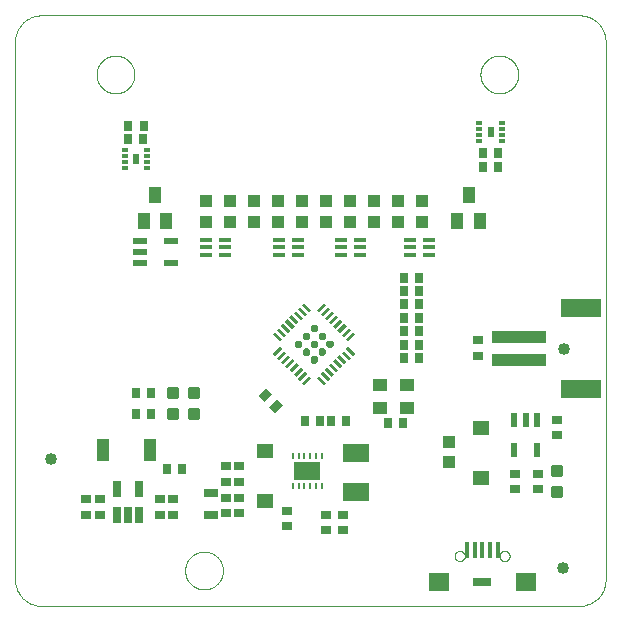
<source format=gtp>
G75*
%MOIN*%
%OFA0B0*%
%FSLAX25Y25*%
%IPPOS*%
%LPD*%
%AMOC8*
5,1,8,0,0,1.08239X$1,22.5*
%
%ADD10C,0.00197*%
%ADD11C,0.00000*%
%ADD12R,0.00787X0.02165*%
%ADD13R,0.08868X0.06100*%
%ADD14R,0.05787X0.05000*%
%ADD15R,0.03543X0.02756*%
%ADD16R,0.02165X0.04724*%
%ADD17R,0.18110X0.03937*%
%ADD18R,0.13386X0.06299*%
%ADD19R,0.02756X0.05512*%
%ADD20C,0.04000*%
%ADD21R,0.04724X0.03150*%
%ADD22R,0.02362X0.01378*%
%ADD23R,0.02126X0.03780*%
%ADD24R,0.02756X0.03543*%
%ADD25C,0.01181*%
%ADD26R,0.03937X0.04331*%
%ADD27R,0.03346X0.01063*%
%ADD28C,0.01575*%
%ADD29R,0.05118X0.04331*%
%ADD30R,0.03937X0.05512*%
%ADD31R,0.03898X0.01181*%
%ADD32R,0.09055X0.06496*%
%ADD33R,0.04724X0.02362*%
%ADD34R,0.04000X0.07800*%
%ADD35R,0.01575X0.05512*%
%ADD36R,0.07087X0.05906*%
%ADD37R,0.05906X0.02756*%
D10*
X0036092Y0020644D02*
X0036048Y0020933D01*
X0036018Y0021226D01*
X0035988Y0021520D01*
X0035972Y0021817D01*
X0035972Y0201771D01*
X0035988Y0202068D01*
X0036018Y0202361D01*
X0036048Y0202655D01*
X0036092Y0202944D01*
X0036151Y0203228D01*
X0036209Y0203512D01*
X0036282Y0203791D01*
X0036367Y0204064D01*
X0036453Y0204338D01*
X0036551Y0204606D01*
X0036663Y0204867D01*
X0036774Y0205129D01*
X0036897Y0205384D01*
X0037032Y0205632D01*
X0037167Y0205879D01*
X0037314Y0206120D01*
X0037472Y0206353D01*
X0037629Y0206586D01*
X0037798Y0206811D01*
X0037976Y0207027D01*
X0038155Y0207243D01*
X0038344Y0207451D01*
X0038542Y0207649D01*
X0038740Y0207847D01*
X0038948Y0208036D01*
X0039164Y0208215D01*
X0039381Y0208393D01*
X0039605Y0208562D01*
X0039838Y0208720D01*
X0040071Y0208877D01*
X0040312Y0209024D01*
X0040560Y0209159D01*
X0040808Y0209294D01*
X0041063Y0209418D01*
X0041324Y0209529D01*
X0041585Y0209640D01*
X0041853Y0209738D01*
X0042400Y0209910D01*
X0042680Y0209982D01*
X0042964Y0210041D01*
X0043248Y0210099D01*
X0043537Y0210144D01*
X0044123Y0210204D01*
X0044420Y0210219D01*
X0224374Y0210219D01*
X0224672Y0210204D01*
X0225258Y0210144D01*
X0225547Y0210099D01*
X0225831Y0210041D01*
X0226115Y0209982D01*
X0226394Y0209910D01*
X0226941Y0209738D01*
X0227209Y0209640D01*
X0227471Y0209529D01*
X0227732Y0209418D01*
X0227987Y0209294D01*
X0228483Y0209024D01*
X0228724Y0208877D01*
X0228956Y0208720D01*
X0229189Y0208562D01*
X0229414Y0208393D01*
X0229630Y0208215D01*
X0229847Y0208036D01*
X0230054Y0207847D01*
X0230253Y0207649D01*
X0230451Y0207451D01*
X0230640Y0207243D01*
X0230818Y0207027D01*
X0230997Y0206811D01*
X0231166Y0206586D01*
X0231323Y0206353D01*
X0231481Y0206120D01*
X0231628Y0205879D01*
X0231763Y0205632D01*
X0231898Y0205384D01*
X0232021Y0205129D01*
X0232243Y0204606D01*
X0232342Y0204338D01*
X0232513Y0203791D01*
X0232585Y0203512D01*
X0232644Y0203228D01*
X0232703Y0202944D01*
X0232747Y0202655D01*
X0232777Y0202361D01*
X0232807Y0202068D01*
X0232823Y0201771D01*
X0232823Y0022118D01*
X0232823Y0021817D02*
X0232807Y0021520D01*
X0232777Y0021226D01*
X0232747Y0020933D01*
X0232703Y0020644D01*
X0232644Y0020360D01*
X0232585Y0020076D01*
X0232513Y0019797D01*
X0232428Y0019523D01*
X0232342Y0019250D01*
X0232243Y0018982D01*
X0232132Y0018721D01*
X0232021Y0018459D01*
X0231898Y0018204D01*
X0231628Y0017708D01*
X0231481Y0017468D01*
X0231323Y0017235D01*
X0231166Y0017002D01*
X0230997Y0016777D01*
X0230818Y0016561D01*
X0230640Y0016345D01*
X0230451Y0016137D01*
X0230054Y0015740D01*
X0229847Y0015552D01*
X0229630Y0015373D01*
X0229414Y0015194D01*
X0229189Y0015026D01*
X0228956Y0014868D01*
X0228724Y0014710D01*
X0228483Y0014564D01*
X0227987Y0014294D01*
X0227732Y0014170D01*
X0227471Y0014059D01*
X0227209Y0013948D01*
X0226941Y0013849D01*
X0226394Y0013678D01*
X0226115Y0013606D01*
X0225831Y0013547D01*
X0225547Y0013489D01*
X0225258Y0013444D01*
X0224672Y0013384D01*
X0224374Y0013369D01*
X0044420Y0013369D01*
X0044123Y0013384D01*
X0043537Y0013444D01*
X0043248Y0013489D01*
X0042964Y0013547D01*
X0042680Y0013606D01*
X0042400Y0013678D01*
X0041853Y0013849D01*
X0041585Y0013948D01*
X0041324Y0014059D01*
X0041063Y0014170D01*
X0040808Y0014294D01*
X0040560Y0014429D01*
X0040312Y0014564D01*
X0040071Y0014710D01*
X0039838Y0014868D01*
X0039605Y0015026D01*
X0039381Y0015194D01*
X0039164Y0015373D01*
X0038948Y0015552D01*
X0038740Y0015740D01*
X0038344Y0016137D01*
X0038155Y0016345D01*
X0037976Y0016561D01*
X0037798Y0016777D01*
X0037629Y0017002D01*
X0037472Y0017235D01*
X0037314Y0017468D01*
X0037167Y0017708D01*
X0036897Y0018204D01*
X0036774Y0018459D01*
X0036663Y0018721D01*
X0036551Y0018982D01*
X0036453Y0019250D01*
X0036367Y0019523D01*
X0036282Y0019797D01*
X0036209Y0020076D01*
X0036151Y0020360D01*
X0036092Y0020644D01*
D11*
X0092665Y0025157D02*
X0092667Y0025315D01*
X0092673Y0025473D01*
X0092683Y0025631D01*
X0092697Y0025789D01*
X0092715Y0025946D01*
X0092736Y0026103D01*
X0092762Y0026259D01*
X0092792Y0026415D01*
X0092825Y0026570D01*
X0092863Y0026723D01*
X0092904Y0026876D01*
X0092949Y0027028D01*
X0092998Y0027179D01*
X0093051Y0027328D01*
X0093107Y0027476D01*
X0093167Y0027622D01*
X0093231Y0027767D01*
X0093299Y0027910D01*
X0093370Y0028052D01*
X0093444Y0028192D01*
X0093522Y0028329D01*
X0093604Y0028465D01*
X0093688Y0028599D01*
X0093777Y0028730D01*
X0093868Y0028859D01*
X0093963Y0028986D01*
X0094060Y0029111D01*
X0094161Y0029233D01*
X0094265Y0029352D01*
X0094372Y0029469D01*
X0094482Y0029583D01*
X0094595Y0029694D01*
X0094710Y0029803D01*
X0094828Y0029908D01*
X0094949Y0030010D01*
X0095072Y0030110D01*
X0095198Y0030206D01*
X0095326Y0030299D01*
X0095456Y0030389D01*
X0095589Y0030475D01*
X0095724Y0030559D01*
X0095860Y0030638D01*
X0095999Y0030715D01*
X0096140Y0030787D01*
X0096282Y0030857D01*
X0096426Y0030922D01*
X0096572Y0030984D01*
X0096719Y0031042D01*
X0096868Y0031097D01*
X0097018Y0031148D01*
X0097169Y0031195D01*
X0097321Y0031238D01*
X0097474Y0031277D01*
X0097629Y0031313D01*
X0097784Y0031344D01*
X0097940Y0031372D01*
X0098096Y0031396D01*
X0098253Y0031416D01*
X0098411Y0031432D01*
X0098568Y0031444D01*
X0098727Y0031452D01*
X0098885Y0031456D01*
X0099043Y0031456D01*
X0099201Y0031452D01*
X0099360Y0031444D01*
X0099517Y0031432D01*
X0099675Y0031416D01*
X0099832Y0031396D01*
X0099988Y0031372D01*
X0100144Y0031344D01*
X0100299Y0031313D01*
X0100454Y0031277D01*
X0100607Y0031238D01*
X0100759Y0031195D01*
X0100910Y0031148D01*
X0101060Y0031097D01*
X0101209Y0031042D01*
X0101356Y0030984D01*
X0101502Y0030922D01*
X0101646Y0030857D01*
X0101788Y0030787D01*
X0101929Y0030715D01*
X0102068Y0030638D01*
X0102204Y0030559D01*
X0102339Y0030475D01*
X0102472Y0030389D01*
X0102602Y0030299D01*
X0102730Y0030206D01*
X0102856Y0030110D01*
X0102979Y0030010D01*
X0103100Y0029908D01*
X0103218Y0029803D01*
X0103333Y0029694D01*
X0103446Y0029583D01*
X0103556Y0029469D01*
X0103663Y0029352D01*
X0103767Y0029233D01*
X0103868Y0029111D01*
X0103965Y0028986D01*
X0104060Y0028859D01*
X0104151Y0028730D01*
X0104240Y0028599D01*
X0104324Y0028465D01*
X0104406Y0028329D01*
X0104484Y0028192D01*
X0104558Y0028052D01*
X0104629Y0027910D01*
X0104697Y0027767D01*
X0104761Y0027622D01*
X0104821Y0027476D01*
X0104877Y0027328D01*
X0104930Y0027179D01*
X0104979Y0027028D01*
X0105024Y0026876D01*
X0105065Y0026723D01*
X0105103Y0026570D01*
X0105136Y0026415D01*
X0105166Y0026259D01*
X0105192Y0026103D01*
X0105213Y0025946D01*
X0105231Y0025789D01*
X0105245Y0025631D01*
X0105255Y0025473D01*
X0105261Y0025315D01*
X0105263Y0025157D01*
X0105261Y0024999D01*
X0105255Y0024841D01*
X0105245Y0024683D01*
X0105231Y0024525D01*
X0105213Y0024368D01*
X0105192Y0024211D01*
X0105166Y0024055D01*
X0105136Y0023899D01*
X0105103Y0023744D01*
X0105065Y0023591D01*
X0105024Y0023438D01*
X0104979Y0023286D01*
X0104930Y0023135D01*
X0104877Y0022986D01*
X0104821Y0022838D01*
X0104761Y0022692D01*
X0104697Y0022547D01*
X0104629Y0022404D01*
X0104558Y0022262D01*
X0104484Y0022122D01*
X0104406Y0021985D01*
X0104324Y0021849D01*
X0104240Y0021715D01*
X0104151Y0021584D01*
X0104060Y0021455D01*
X0103965Y0021328D01*
X0103868Y0021203D01*
X0103767Y0021081D01*
X0103663Y0020962D01*
X0103556Y0020845D01*
X0103446Y0020731D01*
X0103333Y0020620D01*
X0103218Y0020511D01*
X0103100Y0020406D01*
X0102979Y0020304D01*
X0102856Y0020204D01*
X0102730Y0020108D01*
X0102602Y0020015D01*
X0102472Y0019925D01*
X0102339Y0019839D01*
X0102204Y0019755D01*
X0102068Y0019676D01*
X0101929Y0019599D01*
X0101788Y0019527D01*
X0101646Y0019457D01*
X0101502Y0019392D01*
X0101356Y0019330D01*
X0101209Y0019272D01*
X0101060Y0019217D01*
X0100910Y0019166D01*
X0100759Y0019119D01*
X0100607Y0019076D01*
X0100454Y0019037D01*
X0100299Y0019001D01*
X0100144Y0018970D01*
X0099988Y0018942D01*
X0099832Y0018918D01*
X0099675Y0018898D01*
X0099517Y0018882D01*
X0099360Y0018870D01*
X0099201Y0018862D01*
X0099043Y0018858D01*
X0098885Y0018858D01*
X0098727Y0018862D01*
X0098568Y0018870D01*
X0098411Y0018882D01*
X0098253Y0018898D01*
X0098096Y0018918D01*
X0097940Y0018942D01*
X0097784Y0018970D01*
X0097629Y0019001D01*
X0097474Y0019037D01*
X0097321Y0019076D01*
X0097169Y0019119D01*
X0097018Y0019166D01*
X0096868Y0019217D01*
X0096719Y0019272D01*
X0096572Y0019330D01*
X0096426Y0019392D01*
X0096282Y0019457D01*
X0096140Y0019527D01*
X0095999Y0019599D01*
X0095860Y0019676D01*
X0095724Y0019755D01*
X0095589Y0019839D01*
X0095456Y0019925D01*
X0095326Y0020015D01*
X0095198Y0020108D01*
X0095072Y0020204D01*
X0094949Y0020304D01*
X0094828Y0020406D01*
X0094710Y0020511D01*
X0094595Y0020620D01*
X0094482Y0020731D01*
X0094372Y0020845D01*
X0094265Y0020962D01*
X0094161Y0021081D01*
X0094060Y0021203D01*
X0093963Y0021328D01*
X0093868Y0021455D01*
X0093777Y0021584D01*
X0093688Y0021715D01*
X0093604Y0021849D01*
X0093522Y0021985D01*
X0093444Y0022122D01*
X0093370Y0022262D01*
X0093299Y0022404D01*
X0093231Y0022547D01*
X0093167Y0022692D01*
X0093107Y0022838D01*
X0093051Y0022986D01*
X0092998Y0023135D01*
X0092949Y0023286D01*
X0092904Y0023438D01*
X0092863Y0023591D01*
X0092825Y0023744D01*
X0092792Y0023899D01*
X0092762Y0024055D01*
X0092736Y0024211D01*
X0092715Y0024368D01*
X0092697Y0024525D01*
X0092683Y0024683D01*
X0092673Y0024841D01*
X0092667Y0024999D01*
X0092665Y0025157D01*
X0182519Y0030008D02*
X0182521Y0030089D01*
X0182527Y0030171D01*
X0182537Y0030252D01*
X0182551Y0030332D01*
X0182568Y0030411D01*
X0182590Y0030490D01*
X0182615Y0030567D01*
X0182644Y0030644D01*
X0182677Y0030718D01*
X0182714Y0030791D01*
X0182753Y0030862D01*
X0182797Y0030931D01*
X0182843Y0030998D01*
X0182893Y0031062D01*
X0182946Y0031124D01*
X0183002Y0031184D01*
X0183060Y0031240D01*
X0183122Y0031294D01*
X0183186Y0031345D01*
X0183252Y0031392D01*
X0183320Y0031436D01*
X0183391Y0031477D01*
X0183463Y0031514D01*
X0183538Y0031548D01*
X0183613Y0031578D01*
X0183691Y0031604D01*
X0183769Y0031627D01*
X0183848Y0031645D01*
X0183928Y0031660D01*
X0184009Y0031671D01*
X0184090Y0031678D01*
X0184172Y0031681D01*
X0184253Y0031680D01*
X0184334Y0031675D01*
X0184415Y0031666D01*
X0184496Y0031653D01*
X0184576Y0031636D01*
X0184654Y0031616D01*
X0184732Y0031591D01*
X0184809Y0031563D01*
X0184884Y0031531D01*
X0184957Y0031496D01*
X0185028Y0031457D01*
X0185098Y0031414D01*
X0185165Y0031369D01*
X0185231Y0031320D01*
X0185293Y0031268D01*
X0185353Y0031212D01*
X0185410Y0031154D01*
X0185465Y0031094D01*
X0185516Y0031030D01*
X0185564Y0030965D01*
X0185609Y0030897D01*
X0185651Y0030827D01*
X0185689Y0030755D01*
X0185724Y0030681D01*
X0185755Y0030606D01*
X0185782Y0030529D01*
X0185805Y0030451D01*
X0185825Y0030372D01*
X0185841Y0030292D01*
X0185853Y0030211D01*
X0185861Y0030130D01*
X0185865Y0030049D01*
X0185865Y0029967D01*
X0185861Y0029886D01*
X0185853Y0029805D01*
X0185841Y0029724D01*
X0185825Y0029644D01*
X0185805Y0029565D01*
X0185782Y0029487D01*
X0185755Y0029410D01*
X0185724Y0029335D01*
X0185689Y0029261D01*
X0185651Y0029189D01*
X0185609Y0029119D01*
X0185564Y0029051D01*
X0185516Y0028986D01*
X0185465Y0028922D01*
X0185410Y0028862D01*
X0185353Y0028804D01*
X0185293Y0028748D01*
X0185231Y0028696D01*
X0185165Y0028647D01*
X0185098Y0028602D01*
X0185029Y0028559D01*
X0184957Y0028520D01*
X0184884Y0028485D01*
X0184809Y0028453D01*
X0184732Y0028425D01*
X0184654Y0028400D01*
X0184576Y0028380D01*
X0184496Y0028363D01*
X0184415Y0028350D01*
X0184334Y0028341D01*
X0184253Y0028336D01*
X0184172Y0028335D01*
X0184090Y0028338D01*
X0184009Y0028345D01*
X0183928Y0028356D01*
X0183848Y0028371D01*
X0183769Y0028389D01*
X0183691Y0028412D01*
X0183613Y0028438D01*
X0183538Y0028468D01*
X0183463Y0028502D01*
X0183391Y0028539D01*
X0183320Y0028580D01*
X0183252Y0028624D01*
X0183186Y0028671D01*
X0183122Y0028722D01*
X0183060Y0028776D01*
X0183002Y0028832D01*
X0182946Y0028892D01*
X0182893Y0028954D01*
X0182843Y0029018D01*
X0182797Y0029085D01*
X0182753Y0029154D01*
X0182714Y0029225D01*
X0182677Y0029298D01*
X0182644Y0029372D01*
X0182615Y0029449D01*
X0182590Y0029526D01*
X0182568Y0029605D01*
X0182551Y0029684D01*
X0182537Y0029764D01*
X0182527Y0029845D01*
X0182521Y0029927D01*
X0182519Y0030008D01*
X0197479Y0030008D02*
X0197481Y0030089D01*
X0197487Y0030171D01*
X0197497Y0030252D01*
X0197511Y0030332D01*
X0197528Y0030411D01*
X0197550Y0030490D01*
X0197575Y0030567D01*
X0197604Y0030644D01*
X0197637Y0030718D01*
X0197674Y0030791D01*
X0197713Y0030862D01*
X0197757Y0030931D01*
X0197803Y0030998D01*
X0197853Y0031062D01*
X0197906Y0031124D01*
X0197962Y0031184D01*
X0198020Y0031240D01*
X0198082Y0031294D01*
X0198146Y0031345D01*
X0198212Y0031392D01*
X0198280Y0031436D01*
X0198351Y0031477D01*
X0198423Y0031514D01*
X0198498Y0031548D01*
X0198573Y0031578D01*
X0198651Y0031604D01*
X0198729Y0031627D01*
X0198808Y0031645D01*
X0198888Y0031660D01*
X0198969Y0031671D01*
X0199050Y0031678D01*
X0199132Y0031681D01*
X0199213Y0031680D01*
X0199294Y0031675D01*
X0199375Y0031666D01*
X0199456Y0031653D01*
X0199536Y0031636D01*
X0199614Y0031616D01*
X0199692Y0031591D01*
X0199769Y0031563D01*
X0199844Y0031531D01*
X0199917Y0031496D01*
X0199988Y0031457D01*
X0200058Y0031414D01*
X0200125Y0031369D01*
X0200191Y0031320D01*
X0200253Y0031268D01*
X0200313Y0031212D01*
X0200370Y0031154D01*
X0200425Y0031094D01*
X0200476Y0031030D01*
X0200524Y0030965D01*
X0200569Y0030897D01*
X0200611Y0030827D01*
X0200649Y0030755D01*
X0200684Y0030681D01*
X0200715Y0030606D01*
X0200742Y0030529D01*
X0200765Y0030451D01*
X0200785Y0030372D01*
X0200801Y0030292D01*
X0200813Y0030211D01*
X0200821Y0030130D01*
X0200825Y0030049D01*
X0200825Y0029967D01*
X0200821Y0029886D01*
X0200813Y0029805D01*
X0200801Y0029724D01*
X0200785Y0029644D01*
X0200765Y0029565D01*
X0200742Y0029487D01*
X0200715Y0029410D01*
X0200684Y0029335D01*
X0200649Y0029261D01*
X0200611Y0029189D01*
X0200569Y0029119D01*
X0200524Y0029051D01*
X0200476Y0028986D01*
X0200425Y0028922D01*
X0200370Y0028862D01*
X0200313Y0028804D01*
X0200253Y0028748D01*
X0200191Y0028696D01*
X0200125Y0028647D01*
X0200058Y0028602D01*
X0199989Y0028559D01*
X0199917Y0028520D01*
X0199844Y0028485D01*
X0199769Y0028453D01*
X0199692Y0028425D01*
X0199614Y0028400D01*
X0199536Y0028380D01*
X0199456Y0028363D01*
X0199375Y0028350D01*
X0199294Y0028341D01*
X0199213Y0028336D01*
X0199132Y0028335D01*
X0199050Y0028338D01*
X0198969Y0028345D01*
X0198888Y0028356D01*
X0198808Y0028371D01*
X0198729Y0028389D01*
X0198651Y0028412D01*
X0198573Y0028438D01*
X0198498Y0028468D01*
X0198423Y0028502D01*
X0198351Y0028539D01*
X0198280Y0028580D01*
X0198212Y0028624D01*
X0198146Y0028671D01*
X0198082Y0028722D01*
X0198020Y0028776D01*
X0197962Y0028832D01*
X0197906Y0028892D01*
X0197853Y0028954D01*
X0197803Y0029018D01*
X0197757Y0029085D01*
X0197713Y0029154D01*
X0197674Y0029225D01*
X0197637Y0029298D01*
X0197604Y0029372D01*
X0197575Y0029449D01*
X0197550Y0029526D01*
X0197528Y0029605D01*
X0197511Y0029684D01*
X0197497Y0029764D01*
X0197487Y0029845D01*
X0197481Y0029927D01*
X0197479Y0030008D01*
X0191091Y0190512D02*
X0191093Y0190670D01*
X0191099Y0190828D01*
X0191109Y0190986D01*
X0191123Y0191144D01*
X0191141Y0191301D01*
X0191162Y0191458D01*
X0191188Y0191614D01*
X0191218Y0191770D01*
X0191251Y0191925D01*
X0191289Y0192078D01*
X0191330Y0192231D01*
X0191375Y0192383D01*
X0191424Y0192534D01*
X0191477Y0192683D01*
X0191533Y0192831D01*
X0191593Y0192977D01*
X0191657Y0193122D01*
X0191725Y0193265D01*
X0191796Y0193407D01*
X0191870Y0193547D01*
X0191948Y0193684D01*
X0192030Y0193820D01*
X0192114Y0193954D01*
X0192203Y0194085D01*
X0192294Y0194214D01*
X0192389Y0194341D01*
X0192486Y0194466D01*
X0192587Y0194588D01*
X0192691Y0194707D01*
X0192798Y0194824D01*
X0192908Y0194938D01*
X0193021Y0195049D01*
X0193136Y0195158D01*
X0193254Y0195263D01*
X0193375Y0195365D01*
X0193498Y0195465D01*
X0193624Y0195561D01*
X0193752Y0195654D01*
X0193882Y0195744D01*
X0194015Y0195830D01*
X0194150Y0195914D01*
X0194286Y0195993D01*
X0194425Y0196070D01*
X0194566Y0196142D01*
X0194708Y0196212D01*
X0194852Y0196277D01*
X0194998Y0196339D01*
X0195145Y0196397D01*
X0195294Y0196452D01*
X0195444Y0196503D01*
X0195595Y0196550D01*
X0195747Y0196593D01*
X0195900Y0196632D01*
X0196055Y0196668D01*
X0196210Y0196699D01*
X0196366Y0196727D01*
X0196522Y0196751D01*
X0196679Y0196771D01*
X0196837Y0196787D01*
X0196994Y0196799D01*
X0197153Y0196807D01*
X0197311Y0196811D01*
X0197469Y0196811D01*
X0197627Y0196807D01*
X0197786Y0196799D01*
X0197943Y0196787D01*
X0198101Y0196771D01*
X0198258Y0196751D01*
X0198414Y0196727D01*
X0198570Y0196699D01*
X0198725Y0196668D01*
X0198880Y0196632D01*
X0199033Y0196593D01*
X0199185Y0196550D01*
X0199336Y0196503D01*
X0199486Y0196452D01*
X0199635Y0196397D01*
X0199782Y0196339D01*
X0199928Y0196277D01*
X0200072Y0196212D01*
X0200214Y0196142D01*
X0200355Y0196070D01*
X0200494Y0195993D01*
X0200630Y0195914D01*
X0200765Y0195830D01*
X0200898Y0195744D01*
X0201028Y0195654D01*
X0201156Y0195561D01*
X0201282Y0195465D01*
X0201405Y0195365D01*
X0201526Y0195263D01*
X0201644Y0195158D01*
X0201759Y0195049D01*
X0201872Y0194938D01*
X0201982Y0194824D01*
X0202089Y0194707D01*
X0202193Y0194588D01*
X0202294Y0194466D01*
X0202391Y0194341D01*
X0202486Y0194214D01*
X0202577Y0194085D01*
X0202666Y0193954D01*
X0202750Y0193820D01*
X0202832Y0193684D01*
X0202910Y0193547D01*
X0202984Y0193407D01*
X0203055Y0193265D01*
X0203123Y0193122D01*
X0203187Y0192977D01*
X0203247Y0192831D01*
X0203303Y0192683D01*
X0203356Y0192534D01*
X0203405Y0192383D01*
X0203450Y0192231D01*
X0203491Y0192078D01*
X0203529Y0191925D01*
X0203562Y0191770D01*
X0203592Y0191614D01*
X0203618Y0191458D01*
X0203639Y0191301D01*
X0203657Y0191144D01*
X0203671Y0190986D01*
X0203681Y0190828D01*
X0203687Y0190670D01*
X0203689Y0190512D01*
X0203687Y0190354D01*
X0203681Y0190196D01*
X0203671Y0190038D01*
X0203657Y0189880D01*
X0203639Y0189723D01*
X0203618Y0189566D01*
X0203592Y0189410D01*
X0203562Y0189254D01*
X0203529Y0189099D01*
X0203491Y0188946D01*
X0203450Y0188793D01*
X0203405Y0188641D01*
X0203356Y0188490D01*
X0203303Y0188341D01*
X0203247Y0188193D01*
X0203187Y0188047D01*
X0203123Y0187902D01*
X0203055Y0187759D01*
X0202984Y0187617D01*
X0202910Y0187477D01*
X0202832Y0187340D01*
X0202750Y0187204D01*
X0202666Y0187070D01*
X0202577Y0186939D01*
X0202486Y0186810D01*
X0202391Y0186683D01*
X0202294Y0186558D01*
X0202193Y0186436D01*
X0202089Y0186317D01*
X0201982Y0186200D01*
X0201872Y0186086D01*
X0201759Y0185975D01*
X0201644Y0185866D01*
X0201526Y0185761D01*
X0201405Y0185659D01*
X0201282Y0185559D01*
X0201156Y0185463D01*
X0201028Y0185370D01*
X0200898Y0185280D01*
X0200765Y0185194D01*
X0200630Y0185110D01*
X0200494Y0185031D01*
X0200355Y0184954D01*
X0200214Y0184882D01*
X0200072Y0184812D01*
X0199928Y0184747D01*
X0199782Y0184685D01*
X0199635Y0184627D01*
X0199486Y0184572D01*
X0199336Y0184521D01*
X0199185Y0184474D01*
X0199033Y0184431D01*
X0198880Y0184392D01*
X0198725Y0184356D01*
X0198570Y0184325D01*
X0198414Y0184297D01*
X0198258Y0184273D01*
X0198101Y0184253D01*
X0197943Y0184237D01*
X0197786Y0184225D01*
X0197627Y0184217D01*
X0197469Y0184213D01*
X0197311Y0184213D01*
X0197153Y0184217D01*
X0196994Y0184225D01*
X0196837Y0184237D01*
X0196679Y0184253D01*
X0196522Y0184273D01*
X0196366Y0184297D01*
X0196210Y0184325D01*
X0196055Y0184356D01*
X0195900Y0184392D01*
X0195747Y0184431D01*
X0195595Y0184474D01*
X0195444Y0184521D01*
X0195294Y0184572D01*
X0195145Y0184627D01*
X0194998Y0184685D01*
X0194852Y0184747D01*
X0194708Y0184812D01*
X0194566Y0184882D01*
X0194425Y0184954D01*
X0194286Y0185031D01*
X0194150Y0185110D01*
X0194015Y0185194D01*
X0193882Y0185280D01*
X0193752Y0185370D01*
X0193624Y0185463D01*
X0193498Y0185559D01*
X0193375Y0185659D01*
X0193254Y0185761D01*
X0193136Y0185866D01*
X0193021Y0185975D01*
X0192908Y0186086D01*
X0192798Y0186200D01*
X0192691Y0186317D01*
X0192587Y0186436D01*
X0192486Y0186558D01*
X0192389Y0186683D01*
X0192294Y0186810D01*
X0192203Y0186939D01*
X0192114Y0187070D01*
X0192030Y0187204D01*
X0191948Y0187340D01*
X0191870Y0187477D01*
X0191796Y0187617D01*
X0191725Y0187759D01*
X0191657Y0187902D01*
X0191593Y0188047D01*
X0191533Y0188193D01*
X0191477Y0188341D01*
X0191424Y0188490D01*
X0191375Y0188641D01*
X0191330Y0188793D01*
X0191289Y0188946D01*
X0191251Y0189099D01*
X0191218Y0189254D01*
X0191188Y0189410D01*
X0191162Y0189566D01*
X0191141Y0189723D01*
X0191123Y0189880D01*
X0191109Y0190038D01*
X0191099Y0190196D01*
X0191093Y0190354D01*
X0191091Y0190512D01*
X0063138Y0190512D02*
X0063140Y0190670D01*
X0063146Y0190828D01*
X0063156Y0190986D01*
X0063170Y0191144D01*
X0063188Y0191301D01*
X0063209Y0191458D01*
X0063235Y0191614D01*
X0063265Y0191770D01*
X0063298Y0191925D01*
X0063336Y0192078D01*
X0063377Y0192231D01*
X0063422Y0192383D01*
X0063471Y0192534D01*
X0063524Y0192683D01*
X0063580Y0192831D01*
X0063640Y0192977D01*
X0063704Y0193122D01*
X0063772Y0193265D01*
X0063843Y0193407D01*
X0063917Y0193547D01*
X0063995Y0193684D01*
X0064077Y0193820D01*
X0064161Y0193954D01*
X0064250Y0194085D01*
X0064341Y0194214D01*
X0064436Y0194341D01*
X0064533Y0194466D01*
X0064634Y0194588D01*
X0064738Y0194707D01*
X0064845Y0194824D01*
X0064955Y0194938D01*
X0065068Y0195049D01*
X0065183Y0195158D01*
X0065301Y0195263D01*
X0065422Y0195365D01*
X0065545Y0195465D01*
X0065671Y0195561D01*
X0065799Y0195654D01*
X0065929Y0195744D01*
X0066062Y0195830D01*
X0066197Y0195914D01*
X0066333Y0195993D01*
X0066472Y0196070D01*
X0066613Y0196142D01*
X0066755Y0196212D01*
X0066899Y0196277D01*
X0067045Y0196339D01*
X0067192Y0196397D01*
X0067341Y0196452D01*
X0067491Y0196503D01*
X0067642Y0196550D01*
X0067794Y0196593D01*
X0067947Y0196632D01*
X0068102Y0196668D01*
X0068257Y0196699D01*
X0068413Y0196727D01*
X0068569Y0196751D01*
X0068726Y0196771D01*
X0068884Y0196787D01*
X0069041Y0196799D01*
X0069200Y0196807D01*
X0069358Y0196811D01*
X0069516Y0196811D01*
X0069674Y0196807D01*
X0069833Y0196799D01*
X0069990Y0196787D01*
X0070148Y0196771D01*
X0070305Y0196751D01*
X0070461Y0196727D01*
X0070617Y0196699D01*
X0070772Y0196668D01*
X0070927Y0196632D01*
X0071080Y0196593D01*
X0071232Y0196550D01*
X0071383Y0196503D01*
X0071533Y0196452D01*
X0071682Y0196397D01*
X0071829Y0196339D01*
X0071975Y0196277D01*
X0072119Y0196212D01*
X0072261Y0196142D01*
X0072402Y0196070D01*
X0072541Y0195993D01*
X0072677Y0195914D01*
X0072812Y0195830D01*
X0072945Y0195744D01*
X0073075Y0195654D01*
X0073203Y0195561D01*
X0073329Y0195465D01*
X0073452Y0195365D01*
X0073573Y0195263D01*
X0073691Y0195158D01*
X0073806Y0195049D01*
X0073919Y0194938D01*
X0074029Y0194824D01*
X0074136Y0194707D01*
X0074240Y0194588D01*
X0074341Y0194466D01*
X0074438Y0194341D01*
X0074533Y0194214D01*
X0074624Y0194085D01*
X0074713Y0193954D01*
X0074797Y0193820D01*
X0074879Y0193684D01*
X0074957Y0193547D01*
X0075031Y0193407D01*
X0075102Y0193265D01*
X0075170Y0193122D01*
X0075234Y0192977D01*
X0075294Y0192831D01*
X0075350Y0192683D01*
X0075403Y0192534D01*
X0075452Y0192383D01*
X0075497Y0192231D01*
X0075538Y0192078D01*
X0075576Y0191925D01*
X0075609Y0191770D01*
X0075639Y0191614D01*
X0075665Y0191458D01*
X0075686Y0191301D01*
X0075704Y0191144D01*
X0075718Y0190986D01*
X0075728Y0190828D01*
X0075734Y0190670D01*
X0075736Y0190512D01*
X0075734Y0190354D01*
X0075728Y0190196D01*
X0075718Y0190038D01*
X0075704Y0189880D01*
X0075686Y0189723D01*
X0075665Y0189566D01*
X0075639Y0189410D01*
X0075609Y0189254D01*
X0075576Y0189099D01*
X0075538Y0188946D01*
X0075497Y0188793D01*
X0075452Y0188641D01*
X0075403Y0188490D01*
X0075350Y0188341D01*
X0075294Y0188193D01*
X0075234Y0188047D01*
X0075170Y0187902D01*
X0075102Y0187759D01*
X0075031Y0187617D01*
X0074957Y0187477D01*
X0074879Y0187340D01*
X0074797Y0187204D01*
X0074713Y0187070D01*
X0074624Y0186939D01*
X0074533Y0186810D01*
X0074438Y0186683D01*
X0074341Y0186558D01*
X0074240Y0186436D01*
X0074136Y0186317D01*
X0074029Y0186200D01*
X0073919Y0186086D01*
X0073806Y0185975D01*
X0073691Y0185866D01*
X0073573Y0185761D01*
X0073452Y0185659D01*
X0073329Y0185559D01*
X0073203Y0185463D01*
X0073075Y0185370D01*
X0072945Y0185280D01*
X0072812Y0185194D01*
X0072677Y0185110D01*
X0072541Y0185031D01*
X0072402Y0184954D01*
X0072261Y0184882D01*
X0072119Y0184812D01*
X0071975Y0184747D01*
X0071829Y0184685D01*
X0071682Y0184627D01*
X0071533Y0184572D01*
X0071383Y0184521D01*
X0071232Y0184474D01*
X0071080Y0184431D01*
X0070927Y0184392D01*
X0070772Y0184356D01*
X0070617Y0184325D01*
X0070461Y0184297D01*
X0070305Y0184273D01*
X0070148Y0184253D01*
X0069990Y0184237D01*
X0069833Y0184225D01*
X0069674Y0184217D01*
X0069516Y0184213D01*
X0069358Y0184213D01*
X0069200Y0184217D01*
X0069041Y0184225D01*
X0068884Y0184237D01*
X0068726Y0184253D01*
X0068569Y0184273D01*
X0068413Y0184297D01*
X0068257Y0184325D01*
X0068102Y0184356D01*
X0067947Y0184392D01*
X0067794Y0184431D01*
X0067642Y0184474D01*
X0067491Y0184521D01*
X0067341Y0184572D01*
X0067192Y0184627D01*
X0067045Y0184685D01*
X0066899Y0184747D01*
X0066755Y0184812D01*
X0066613Y0184882D01*
X0066472Y0184954D01*
X0066333Y0185031D01*
X0066197Y0185110D01*
X0066062Y0185194D01*
X0065929Y0185280D01*
X0065799Y0185370D01*
X0065671Y0185463D01*
X0065545Y0185559D01*
X0065422Y0185659D01*
X0065301Y0185761D01*
X0065183Y0185866D01*
X0065068Y0185975D01*
X0064955Y0186086D01*
X0064845Y0186200D01*
X0064738Y0186317D01*
X0064634Y0186436D01*
X0064533Y0186558D01*
X0064436Y0186683D01*
X0064341Y0186810D01*
X0064250Y0186939D01*
X0064161Y0187070D01*
X0064077Y0187204D01*
X0063995Y0187340D01*
X0063917Y0187477D01*
X0063843Y0187617D01*
X0063772Y0187759D01*
X0063704Y0187902D01*
X0063640Y0188047D01*
X0063580Y0188193D01*
X0063524Y0188341D01*
X0063471Y0188490D01*
X0063422Y0188641D01*
X0063377Y0188793D01*
X0063336Y0188946D01*
X0063298Y0189099D01*
X0063265Y0189254D01*
X0063235Y0189410D01*
X0063209Y0189566D01*
X0063188Y0189723D01*
X0063170Y0189880D01*
X0063156Y0190038D01*
X0063146Y0190196D01*
X0063140Y0190354D01*
X0063138Y0190512D01*
D12*
X0128495Y0063331D03*
X0130466Y0063318D03*
X0132435Y0063318D03*
X0134403Y0063318D03*
X0136372Y0063318D03*
X0138340Y0063318D03*
X0138338Y0053455D03*
X0136369Y0053455D03*
X0134401Y0053455D03*
X0132432Y0053455D03*
X0130464Y0053455D03*
X0128484Y0053457D03*
D13*
X0133424Y0058377D03*
D14*
X0119272Y0065111D03*
X0119272Y0048182D03*
X0191172Y0055882D03*
X0191172Y0072811D03*
D15*
X0202672Y0057406D03*
X0202672Y0052287D03*
X0210172Y0052287D03*
X0210172Y0057406D03*
X0216672Y0070287D03*
X0216672Y0075406D03*
X0190172Y0096787D03*
X0190172Y0101906D03*
X0145172Y0043706D03*
X0145172Y0038587D03*
X0139772Y0038587D03*
X0139772Y0043706D03*
X0126672Y0045106D03*
X0126672Y0039987D03*
X0110672Y0044287D03*
X0106172Y0044287D03*
X0106172Y0049406D03*
X0110672Y0049406D03*
X0110672Y0054787D03*
X0106172Y0054787D03*
X0106172Y0059906D03*
X0110672Y0059906D03*
X0088672Y0048906D03*
X0084172Y0048906D03*
X0084172Y0043787D03*
X0088672Y0043787D03*
X0064172Y0043787D03*
X0059672Y0043787D03*
X0059672Y0048906D03*
X0064172Y0048906D03*
D16*
X0202432Y0065228D03*
X0209912Y0065228D03*
X0209912Y0075465D03*
X0206172Y0075465D03*
X0202432Y0075465D03*
D17*
X0204105Y0095209D03*
X0204105Y0103083D03*
D18*
X0224578Y0112532D03*
X0224578Y0085761D03*
D19*
X0077412Y0052177D03*
X0069932Y0052177D03*
X0069932Y0043516D03*
X0073672Y0043516D03*
X0077412Y0043516D03*
D20*
X0048032Y0062266D03*
X0218672Y0025946D03*
X0218972Y0098946D03*
D21*
X0101172Y0050890D03*
X0101172Y0043803D03*
D22*
X0080012Y0159494D03*
X0080012Y0161462D03*
X0080012Y0163431D03*
X0080012Y0165399D03*
X0072532Y0165399D03*
X0072532Y0163431D03*
X0072532Y0161462D03*
X0072532Y0159494D03*
X0190732Y0168494D03*
X0190732Y0170462D03*
X0190732Y0172431D03*
X0190732Y0174399D03*
X0198212Y0174399D03*
X0198212Y0172431D03*
X0198212Y0170462D03*
X0198212Y0168494D03*
D23*
X0194472Y0171446D03*
X0076272Y0162446D03*
D24*
X0078731Y0169046D03*
X0078831Y0173446D03*
X0073713Y0173446D03*
X0073613Y0169046D03*
X0076213Y0084346D03*
X0081331Y0084346D03*
X0081231Y0077346D03*
X0076113Y0077346D03*
X0086613Y0058846D03*
X0091731Y0058846D03*
G36*
X0119086Y0081430D02*
X0117137Y0083379D01*
X0119640Y0085882D01*
X0121589Y0083933D01*
X0119086Y0081430D01*
G37*
G36*
X0122705Y0077811D02*
X0120756Y0079760D01*
X0123259Y0082263D01*
X0125208Y0080314D01*
X0122705Y0077811D01*
G37*
X0132613Y0074846D03*
X0137731Y0074846D03*
X0141113Y0074846D03*
X0146231Y0074846D03*
X0160113Y0074346D03*
X0165231Y0074346D03*
X0165613Y0095846D03*
X0165613Y0100346D03*
X0165613Y0105046D03*
X0165613Y0109446D03*
X0165613Y0113846D03*
X0165613Y0118246D03*
X0165613Y0122646D03*
X0170731Y0122646D03*
X0170731Y0118246D03*
X0170731Y0113846D03*
X0170731Y0109446D03*
X0170731Y0105046D03*
X0170731Y0100346D03*
X0170731Y0095846D03*
X0191913Y0159666D03*
X0191913Y0164246D03*
X0197031Y0164246D03*
X0197031Y0159666D03*
D25*
X0097003Y0085724D02*
X0097003Y0082968D01*
X0094247Y0082968D01*
X0094247Y0085724D01*
X0097003Y0085724D01*
X0097003Y0084148D02*
X0094247Y0084148D01*
X0094247Y0085328D02*
X0097003Y0085328D01*
X0097003Y0078724D02*
X0097003Y0075968D01*
X0094247Y0075968D01*
X0094247Y0078724D01*
X0097003Y0078724D01*
X0097003Y0077148D02*
X0094247Y0077148D01*
X0094247Y0078328D02*
X0097003Y0078328D01*
X0090097Y0078724D02*
X0090097Y0075968D01*
X0087341Y0075968D01*
X0087341Y0078724D01*
X0090097Y0078724D01*
X0090097Y0077148D02*
X0087341Y0077148D01*
X0087341Y0078328D02*
X0090097Y0078328D01*
X0090097Y0082968D02*
X0090097Y0085724D01*
X0090097Y0082968D02*
X0087341Y0082968D01*
X0087341Y0085724D01*
X0090097Y0085724D01*
X0090097Y0084148D02*
X0087341Y0084148D01*
X0087341Y0085328D02*
X0090097Y0085328D01*
X0215294Y0056921D02*
X0218050Y0056921D01*
X0215294Y0056921D02*
X0215294Y0059677D01*
X0218050Y0059677D01*
X0218050Y0056921D01*
X0218050Y0058101D02*
X0215294Y0058101D01*
X0215294Y0059281D02*
X0218050Y0059281D01*
X0218050Y0050016D02*
X0215294Y0050016D01*
X0215294Y0052772D01*
X0218050Y0052772D01*
X0218050Y0050016D01*
X0218050Y0051196D02*
X0215294Y0051196D01*
X0215294Y0052376D02*
X0218050Y0052376D01*
D26*
X0180472Y0061200D03*
X0180472Y0067893D03*
X0171672Y0141500D03*
X0171672Y0148193D03*
X0163672Y0148193D03*
X0163672Y0141500D03*
X0155672Y0141500D03*
X0155672Y0148193D03*
X0147672Y0148193D03*
X0147672Y0141500D03*
X0139672Y0141500D03*
X0139672Y0148193D03*
X0131672Y0148193D03*
X0131672Y0141500D03*
X0123672Y0141500D03*
X0123672Y0148193D03*
X0115672Y0148193D03*
X0115672Y0141500D03*
X0107672Y0141500D03*
X0107672Y0148193D03*
X0099672Y0148193D03*
X0099672Y0141500D03*
D27*
G36*
X0132551Y0109976D02*
X0130186Y0112341D01*
X0130937Y0113092D01*
X0133302Y0110727D01*
X0132551Y0109976D01*
G37*
G36*
X0131159Y0108584D02*
X0128794Y0110949D01*
X0129545Y0111700D01*
X0131910Y0109335D01*
X0131159Y0108584D01*
G37*
G36*
X0129767Y0107192D02*
X0127402Y0109557D01*
X0128153Y0110308D01*
X0130518Y0107943D01*
X0129767Y0107192D01*
G37*
G36*
X0128376Y0105800D02*
X0126011Y0108165D01*
X0126762Y0108916D01*
X0129127Y0106551D01*
X0128376Y0105800D01*
G37*
G36*
X0126984Y0104408D02*
X0124619Y0106773D01*
X0125370Y0107524D01*
X0127735Y0105159D01*
X0126984Y0104408D01*
G37*
G36*
X0125592Y0103016D02*
X0123227Y0105381D01*
X0123978Y0106132D01*
X0126343Y0103767D01*
X0125592Y0103016D01*
G37*
G36*
X0124200Y0101624D02*
X0121835Y0103989D01*
X0122586Y0104740D01*
X0124951Y0102375D01*
X0124200Y0101624D01*
G37*
G36*
X0124951Y0099118D02*
X0122586Y0096753D01*
X0121835Y0097504D01*
X0124200Y0099869D01*
X0124951Y0099118D01*
G37*
G36*
X0126343Y0097726D02*
X0123978Y0095361D01*
X0123227Y0096112D01*
X0125592Y0098477D01*
X0126343Y0097726D01*
G37*
G36*
X0127735Y0096334D02*
X0125370Y0093969D01*
X0124619Y0094720D01*
X0126984Y0097085D01*
X0127735Y0096334D01*
G37*
G36*
X0129127Y0094942D02*
X0126762Y0092577D01*
X0126011Y0093328D01*
X0128376Y0095693D01*
X0129127Y0094942D01*
G37*
G36*
X0130518Y0093550D02*
X0128153Y0091185D01*
X0127402Y0091936D01*
X0129767Y0094301D01*
X0130518Y0093550D01*
G37*
G36*
X0131910Y0092158D02*
X0129545Y0089793D01*
X0128794Y0090544D01*
X0131159Y0092909D01*
X0131910Y0092158D01*
G37*
G36*
X0133302Y0090766D02*
X0130937Y0088401D01*
X0130186Y0089152D01*
X0132551Y0091517D01*
X0133302Y0090766D01*
G37*
G36*
X0134694Y0089374D02*
X0132329Y0087009D01*
X0131578Y0087760D01*
X0133943Y0090125D01*
X0134694Y0089374D01*
G37*
G36*
X0137201Y0090125D02*
X0139566Y0087760D01*
X0138815Y0087009D01*
X0136450Y0089374D01*
X0137201Y0090125D01*
G37*
G36*
X0138593Y0091517D02*
X0140958Y0089152D01*
X0140207Y0088401D01*
X0137842Y0090766D01*
X0138593Y0091517D01*
G37*
G36*
X0139985Y0092909D02*
X0142350Y0090544D01*
X0141599Y0089793D01*
X0139234Y0092158D01*
X0139985Y0092909D01*
G37*
G36*
X0141377Y0094301D02*
X0143742Y0091936D01*
X0142991Y0091185D01*
X0140626Y0093550D01*
X0141377Y0094301D01*
G37*
G36*
X0142769Y0095693D02*
X0145134Y0093328D01*
X0144383Y0092577D01*
X0142018Y0094942D01*
X0142769Y0095693D01*
G37*
G36*
X0144161Y0097085D02*
X0146526Y0094720D01*
X0145775Y0093969D01*
X0143410Y0096334D01*
X0144161Y0097085D01*
G37*
G36*
X0145553Y0098477D02*
X0147918Y0096112D01*
X0147167Y0095361D01*
X0144802Y0097726D01*
X0145553Y0098477D01*
G37*
G36*
X0146945Y0099869D02*
X0149310Y0097504D01*
X0148559Y0096753D01*
X0146194Y0099118D01*
X0146945Y0099869D01*
G37*
G36*
X0146194Y0102375D02*
X0148559Y0104740D01*
X0149310Y0103989D01*
X0146945Y0101624D01*
X0146194Y0102375D01*
G37*
G36*
X0144802Y0103767D02*
X0147167Y0106132D01*
X0147918Y0105381D01*
X0145553Y0103016D01*
X0144802Y0103767D01*
G37*
G36*
X0143410Y0105159D02*
X0145775Y0107524D01*
X0146526Y0106773D01*
X0144161Y0104408D01*
X0143410Y0105159D01*
G37*
G36*
X0142018Y0106551D02*
X0144383Y0108916D01*
X0145134Y0108165D01*
X0142769Y0105800D01*
X0142018Y0106551D01*
G37*
G36*
X0140626Y0107943D02*
X0142991Y0110308D01*
X0143742Y0109557D01*
X0141377Y0107192D01*
X0140626Y0107943D01*
G37*
G36*
X0139234Y0109335D02*
X0141599Y0111700D01*
X0142350Y0110949D01*
X0139985Y0108584D01*
X0139234Y0109335D01*
G37*
G36*
X0137842Y0110727D02*
X0140207Y0113092D01*
X0140958Y0112341D01*
X0138593Y0109976D01*
X0137842Y0110727D01*
G37*
G36*
X0136450Y0112119D02*
X0138815Y0114484D01*
X0139566Y0113733D01*
X0137201Y0111368D01*
X0136450Y0112119D01*
G37*
G36*
X0133943Y0111368D02*
X0131578Y0113733D01*
X0132329Y0114484D01*
X0134694Y0112119D01*
X0133943Y0111368D01*
G37*
D28*
X0135178Y0105966D02*
X0135180Y0106005D01*
X0135186Y0106044D01*
X0135196Y0106082D01*
X0135209Y0106119D01*
X0135226Y0106154D01*
X0135246Y0106188D01*
X0135270Y0106219D01*
X0135297Y0106248D01*
X0135326Y0106274D01*
X0135358Y0106297D01*
X0135392Y0106317D01*
X0135428Y0106333D01*
X0135465Y0106345D01*
X0135504Y0106354D01*
X0135543Y0106359D01*
X0135582Y0106360D01*
X0135621Y0106357D01*
X0135660Y0106350D01*
X0135697Y0106339D01*
X0135734Y0106325D01*
X0135769Y0106307D01*
X0135802Y0106286D01*
X0135833Y0106261D01*
X0135861Y0106234D01*
X0135886Y0106204D01*
X0135908Y0106171D01*
X0135927Y0106137D01*
X0135942Y0106101D01*
X0135954Y0106063D01*
X0135962Y0106025D01*
X0135966Y0105986D01*
X0135966Y0105946D01*
X0135962Y0105907D01*
X0135954Y0105869D01*
X0135942Y0105831D01*
X0135927Y0105795D01*
X0135908Y0105761D01*
X0135886Y0105728D01*
X0135861Y0105698D01*
X0135833Y0105671D01*
X0135802Y0105646D01*
X0135769Y0105625D01*
X0135734Y0105607D01*
X0135697Y0105593D01*
X0135660Y0105582D01*
X0135621Y0105575D01*
X0135582Y0105572D01*
X0135543Y0105573D01*
X0135504Y0105578D01*
X0135465Y0105587D01*
X0135428Y0105599D01*
X0135392Y0105615D01*
X0135358Y0105635D01*
X0135326Y0105658D01*
X0135297Y0105684D01*
X0135270Y0105713D01*
X0135246Y0105744D01*
X0135226Y0105778D01*
X0135209Y0105813D01*
X0135196Y0105850D01*
X0135186Y0105888D01*
X0135180Y0105927D01*
X0135178Y0105966D01*
X0132568Y0103356D02*
X0132570Y0103395D01*
X0132576Y0103434D01*
X0132586Y0103472D01*
X0132599Y0103509D01*
X0132616Y0103544D01*
X0132636Y0103578D01*
X0132660Y0103609D01*
X0132687Y0103638D01*
X0132716Y0103664D01*
X0132748Y0103687D01*
X0132782Y0103707D01*
X0132818Y0103723D01*
X0132855Y0103735D01*
X0132894Y0103744D01*
X0132933Y0103749D01*
X0132972Y0103750D01*
X0133011Y0103747D01*
X0133050Y0103740D01*
X0133087Y0103729D01*
X0133124Y0103715D01*
X0133159Y0103697D01*
X0133192Y0103676D01*
X0133223Y0103651D01*
X0133251Y0103624D01*
X0133276Y0103594D01*
X0133298Y0103561D01*
X0133317Y0103527D01*
X0133332Y0103491D01*
X0133344Y0103453D01*
X0133352Y0103415D01*
X0133356Y0103376D01*
X0133356Y0103336D01*
X0133352Y0103297D01*
X0133344Y0103259D01*
X0133332Y0103221D01*
X0133317Y0103185D01*
X0133298Y0103151D01*
X0133276Y0103118D01*
X0133251Y0103088D01*
X0133223Y0103061D01*
X0133192Y0103036D01*
X0133159Y0103015D01*
X0133124Y0102997D01*
X0133087Y0102983D01*
X0133050Y0102972D01*
X0133011Y0102965D01*
X0132972Y0102962D01*
X0132933Y0102963D01*
X0132894Y0102968D01*
X0132855Y0102977D01*
X0132818Y0102989D01*
X0132782Y0103005D01*
X0132748Y0103025D01*
X0132716Y0103048D01*
X0132687Y0103074D01*
X0132660Y0103103D01*
X0132636Y0103134D01*
X0132616Y0103168D01*
X0132599Y0103203D01*
X0132586Y0103240D01*
X0132576Y0103278D01*
X0132570Y0103317D01*
X0132568Y0103356D01*
X0129958Y0100746D02*
X0129960Y0100785D01*
X0129966Y0100824D01*
X0129976Y0100862D01*
X0129989Y0100899D01*
X0130006Y0100934D01*
X0130026Y0100968D01*
X0130050Y0100999D01*
X0130077Y0101028D01*
X0130106Y0101054D01*
X0130138Y0101077D01*
X0130172Y0101097D01*
X0130208Y0101113D01*
X0130245Y0101125D01*
X0130284Y0101134D01*
X0130323Y0101139D01*
X0130362Y0101140D01*
X0130401Y0101137D01*
X0130440Y0101130D01*
X0130477Y0101119D01*
X0130514Y0101105D01*
X0130549Y0101087D01*
X0130582Y0101066D01*
X0130613Y0101041D01*
X0130641Y0101014D01*
X0130666Y0100984D01*
X0130688Y0100951D01*
X0130707Y0100917D01*
X0130722Y0100881D01*
X0130734Y0100843D01*
X0130742Y0100805D01*
X0130746Y0100766D01*
X0130746Y0100726D01*
X0130742Y0100687D01*
X0130734Y0100649D01*
X0130722Y0100611D01*
X0130707Y0100575D01*
X0130688Y0100541D01*
X0130666Y0100508D01*
X0130641Y0100478D01*
X0130613Y0100451D01*
X0130582Y0100426D01*
X0130549Y0100405D01*
X0130514Y0100387D01*
X0130477Y0100373D01*
X0130440Y0100362D01*
X0130401Y0100355D01*
X0130362Y0100352D01*
X0130323Y0100353D01*
X0130284Y0100358D01*
X0130245Y0100367D01*
X0130208Y0100379D01*
X0130172Y0100395D01*
X0130138Y0100415D01*
X0130106Y0100438D01*
X0130077Y0100464D01*
X0130050Y0100493D01*
X0130026Y0100524D01*
X0130006Y0100558D01*
X0129989Y0100593D01*
X0129976Y0100630D01*
X0129966Y0100668D01*
X0129960Y0100707D01*
X0129958Y0100746D01*
X0132568Y0098137D02*
X0132570Y0098176D01*
X0132576Y0098215D01*
X0132586Y0098253D01*
X0132599Y0098290D01*
X0132616Y0098325D01*
X0132636Y0098359D01*
X0132660Y0098390D01*
X0132687Y0098419D01*
X0132716Y0098445D01*
X0132748Y0098468D01*
X0132782Y0098488D01*
X0132818Y0098504D01*
X0132855Y0098516D01*
X0132894Y0098525D01*
X0132933Y0098530D01*
X0132972Y0098531D01*
X0133011Y0098528D01*
X0133050Y0098521D01*
X0133087Y0098510D01*
X0133124Y0098496D01*
X0133159Y0098478D01*
X0133192Y0098457D01*
X0133223Y0098432D01*
X0133251Y0098405D01*
X0133276Y0098375D01*
X0133298Y0098342D01*
X0133317Y0098308D01*
X0133332Y0098272D01*
X0133344Y0098234D01*
X0133352Y0098196D01*
X0133356Y0098157D01*
X0133356Y0098117D01*
X0133352Y0098078D01*
X0133344Y0098040D01*
X0133332Y0098002D01*
X0133317Y0097966D01*
X0133298Y0097932D01*
X0133276Y0097899D01*
X0133251Y0097869D01*
X0133223Y0097842D01*
X0133192Y0097817D01*
X0133159Y0097796D01*
X0133124Y0097778D01*
X0133087Y0097764D01*
X0133050Y0097753D01*
X0133011Y0097746D01*
X0132972Y0097743D01*
X0132933Y0097744D01*
X0132894Y0097749D01*
X0132855Y0097758D01*
X0132818Y0097770D01*
X0132782Y0097786D01*
X0132748Y0097806D01*
X0132716Y0097829D01*
X0132687Y0097855D01*
X0132660Y0097884D01*
X0132636Y0097915D01*
X0132616Y0097949D01*
X0132599Y0097984D01*
X0132586Y0098021D01*
X0132576Y0098059D01*
X0132570Y0098098D01*
X0132568Y0098137D01*
X0135178Y0100746D02*
X0135180Y0100785D01*
X0135186Y0100824D01*
X0135196Y0100862D01*
X0135209Y0100899D01*
X0135226Y0100934D01*
X0135246Y0100968D01*
X0135270Y0100999D01*
X0135297Y0101028D01*
X0135326Y0101054D01*
X0135358Y0101077D01*
X0135392Y0101097D01*
X0135428Y0101113D01*
X0135465Y0101125D01*
X0135504Y0101134D01*
X0135543Y0101139D01*
X0135582Y0101140D01*
X0135621Y0101137D01*
X0135660Y0101130D01*
X0135697Y0101119D01*
X0135734Y0101105D01*
X0135769Y0101087D01*
X0135802Y0101066D01*
X0135833Y0101041D01*
X0135861Y0101014D01*
X0135886Y0100984D01*
X0135908Y0100951D01*
X0135927Y0100917D01*
X0135942Y0100881D01*
X0135954Y0100843D01*
X0135962Y0100805D01*
X0135966Y0100766D01*
X0135966Y0100726D01*
X0135962Y0100687D01*
X0135954Y0100649D01*
X0135942Y0100611D01*
X0135927Y0100575D01*
X0135908Y0100541D01*
X0135886Y0100508D01*
X0135861Y0100478D01*
X0135833Y0100451D01*
X0135802Y0100426D01*
X0135769Y0100405D01*
X0135734Y0100387D01*
X0135697Y0100373D01*
X0135660Y0100362D01*
X0135621Y0100355D01*
X0135582Y0100352D01*
X0135543Y0100353D01*
X0135504Y0100358D01*
X0135465Y0100367D01*
X0135428Y0100379D01*
X0135392Y0100395D01*
X0135358Y0100415D01*
X0135326Y0100438D01*
X0135297Y0100464D01*
X0135270Y0100493D01*
X0135246Y0100524D01*
X0135226Y0100558D01*
X0135209Y0100593D01*
X0135196Y0100630D01*
X0135186Y0100668D01*
X0135180Y0100707D01*
X0135178Y0100746D01*
X0137788Y0098137D02*
X0137790Y0098176D01*
X0137796Y0098215D01*
X0137806Y0098253D01*
X0137819Y0098290D01*
X0137836Y0098325D01*
X0137856Y0098359D01*
X0137880Y0098390D01*
X0137907Y0098419D01*
X0137936Y0098445D01*
X0137968Y0098468D01*
X0138002Y0098488D01*
X0138038Y0098504D01*
X0138075Y0098516D01*
X0138114Y0098525D01*
X0138153Y0098530D01*
X0138192Y0098531D01*
X0138231Y0098528D01*
X0138270Y0098521D01*
X0138307Y0098510D01*
X0138344Y0098496D01*
X0138379Y0098478D01*
X0138412Y0098457D01*
X0138443Y0098432D01*
X0138471Y0098405D01*
X0138496Y0098375D01*
X0138518Y0098342D01*
X0138537Y0098308D01*
X0138552Y0098272D01*
X0138564Y0098234D01*
X0138572Y0098196D01*
X0138576Y0098157D01*
X0138576Y0098117D01*
X0138572Y0098078D01*
X0138564Y0098040D01*
X0138552Y0098002D01*
X0138537Y0097966D01*
X0138518Y0097932D01*
X0138496Y0097899D01*
X0138471Y0097869D01*
X0138443Y0097842D01*
X0138412Y0097817D01*
X0138379Y0097796D01*
X0138344Y0097778D01*
X0138307Y0097764D01*
X0138270Y0097753D01*
X0138231Y0097746D01*
X0138192Y0097743D01*
X0138153Y0097744D01*
X0138114Y0097749D01*
X0138075Y0097758D01*
X0138038Y0097770D01*
X0138002Y0097786D01*
X0137968Y0097806D01*
X0137936Y0097829D01*
X0137907Y0097855D01*
X0137880Y0097884D01*
X0137856Y0097915D01*
X0137836Y0097949D01*
X0137819Y0097984D01*
X0137806Y0098021D01*
X0137796Y0098059D01*
X0137790Y0098098D01*
X0137788Y0098137D01*
X0135178Y0095527D02*
X0135180Y0095566D01*
X0135186Y0095605D01*
X0135196Y0095643D01*
X0135209Y0095680D01*
X0135226Y0095715D01*
X0135246Y0095749D01*
X0135270Y0095780D01*
X0135297Y0095809D01*
X0135326Y0095835D01*
X0135358Y0095858D01*
X0135392Y0095878D01*
X0135428Y0095894D01*
X0135465Y0095906D01*
X0135504Y0095915D01*
X0135543Y0095920D01*
X0135582Y0095921D01*
X0135621Y0095918D01*
X0135660Y0095911D01*
X0135697Y0095900D01*
X0135734Y0095886D01*
X0135769Y0095868D01*
X0135802Y0095847D01*
X0135833Y0095822D01*
X0135861Y0095795D01*
X0135886Y0095765D01*
X0135908Y0095732D01*
X0135927Y0095698D01*
X0135942Y0095662D01*
X0135954Y0095624D01*
X0135962Y0095586D01*
X0135966Y0095547D01*
X0135966Y0095507D01*
X0135962Y0095468D01*
X0135954Y0095430D01*
X0135942Y0095392D01*
X0135927Y0095356D01*
X0135908Y0095322D01*
X0135886Y0095289D01*
X0135861Y0095259D01*
X0135833Y0095232D01*
X0135802Y0095207D01*
X0135769Y0095186D01*
X0135734Y0095168D01*
X0135697Y0095154D01*
X0135660Y0095143D01*
X0135621Y0095136D01*
X0135582Y0095133D01*
X0135543Y0095134D01*
X0135504Y0095139D01*
X0135465Y0095148D01*
X0135428Y0095160D01*
X0135392Y0095176D01*
X0135358Y0095196D01*
X0135326Y0095219D01*
X0135297Y0095245D01*
X0135270Y0095274D01*
X0135246Y0095305D01*
X0135226Y0095339D01*
X0135209Y0095374D01*
X0135196Y0095411D01*
X0135186Y0095449D01*
X0135180Y0095488D01*
X0135178Y0095527D01*
X0140398Y0100746D02*
X0140400Y0100785D01*
X0140406Y0100824D01*
X0140416Y0100862D01*
X0140429Y0100899D01*
X0140446Y0100934D01*
X0140466Y0100968D01*
X0140490Y0100999D01*
X0140517Y0101028D01*
X0140546Y0101054D01*
X0140578Y0101077D01*
X0140612Y0101097D01*
X0140648Y0101113D01*
X0140685Y0101125D01*
X0140724Y0101134D01*
X0140763Y0101139D01*
X0140802Y0101140D01*
X0140841Y0101137D01*
X0140880Y0101130D01*
X0140917Y0101119D01*
X0140954Y0101105D01*
X0140989Y0101087D01*
X0141022Y0101066D01*
X0141053Y0101041D01*
X0141081Y0101014D01*
X0141106Y0100984D01*
X0141128Y0100951D01*
X0141147Y0100917D01*
X0141162Y0100881D01*
X0141174Y0100843D01*
X0141182Y0100805D01*
X0141186Y0100766D01*
X0141186Y0100726D01*
X0141182Y0100687D01*
X0141174Y0100649D01*
X0141162Y0100611D01*
X0141147Y0100575D01*
X0141128Y0100541D01*
X0141106Y0100508D01*
X0141081Y0100478D01*
X0141053Y0100451D01*
X0141022Y0100426D01*
X0140989Y0100405D01*
X0140954Y0100387D01*
X0140917Y0100373D01*
X0140880Y0100362D01*
X0140841Y0100355D01*
X0140802Y0100352D01*
X0140763Y0100353D01*
X0140724Y0100358D01*
X0140685Y0100367D01*
X0140648Y0100379D01*
X0140612Y0100395D01*
X0140578Y0100415D01*
X0140546Y0100438D01*
X0140517Y0100464D01*
X0140490Y0100493D01*
X0140466Y0100524D01*
X0140446Y0100558D01*
X0140429Y0100593D01*
X0140416Y0100630D01*
X0140406Y0100668D01*
X0140400Y0100707D01*
X0140398Y0100746D01*
X0137788Y0103356D02*
X0137790Y0103395D01*
X0137796Y0103434D01*
X0137806Y0103472D01*
X0137819Y0103509D01*
X0137836Y0103544D01*
X0137856Y0103578D01*
X0137880Y0103609D01*
X0137907Y0103638D01*
X0137936Y0103664D01*
X0137968Y0103687D01*
X0138002Y0103707D01*
X0138038Y0103723D01*
X0138075Y0103735D01*
X0138114Y0103744D01*
X0138153Y0103749D01*
X0138192Y0103750D01*
X0138231Y0103747D01*
X0138270Y0103740D01*
X0138307Y0103729D01*
X0138344Y0103715D01*
X0138379Y0103697D01*
X0138412Y0103676D01*
X0138443Y0103651D01*
X0138471Y0103624D01*
X0138496Y0103594D01*
X0138518Y0103561D01*
X0138537Y0103527D01*
X0138552Y0103491D01*
X0138564Y0103453D01*
X0138572Y0103415D01*
X0138576Y0103376D01*
X0138576Y0103336D01*
X0138572Y0103297D01*
X0138564Y0103259D01*
X0138552Y0103221D01*
X0138537Y0103185D01*
X0138518Y0103151D01*
X0138496Y0103118D01*
X0138471Y0103088D01*
X0138443Y0103061D01*
X0138412Y0103036D01*
X0138379Y0103015D01*
X0138344Y0102997D01*
X0138307Y0102983D01*
X0138270Y0102972D01*
X0138231Y0102965D01*
X0138192Y0102962D01*
X0138153Y0102963D01*
X0138114Y0102968D01*
X0138075Y0102977D01*
X0138038Y0102989D01*
X0138002Y0103005D01*
X0137968Y0103025D01*
X0137936Y0103048D01*
X0137907Y0103074D01*
X0137880Y0103103D01*
X0137856Y0103134D01*
X0137836Y0103168D01*
X0137819Y0103203D01*
X0137806Y0103240D01*
X0137796Y0103278D01*
X0137790Y0103317D01*
X0137788Y0103356D01*
D29*
X0157448Y0086890D03*
X0157448Y0079409D03*
X0166503Y0079409D03*
X0166503Y0086890D03*
D30*
X0183432Y0141516D03*
X0190912Y0141516D03*
X0187172Y0150177D03*
X0086412Y0141516D03*
X0078932Y0141516D03*
X0082672Y0150177D03*
D31*
X0099523Y0135406D03*
X0099523Y0132846D03*
X0099523Y0130287D03*
X0105861Y0130287D03*
X0105861Y0132846D03*
X0105861Y0135406D03*
X0123983Y0135406D03*
X0123983Y0132846D03*
X0123983Y0130287D03*
X0130322Y0130287D03*
X0130322Y0132846D03*
X0130322Y0135406D03*
X0144483Y0135406D03*
X0144483Y0132846D03*
X0144483Y0130287D03*
X0150822Y0130287D03*
X0150822Y0132846D03*
X0150822Y0135406D03*
X0167483Y0135406D03*
X0167483Y0132846D03*
X0167483Y0130287D03*
X0173822Y0130287D03*
X0173822Y0132846D03*
X0173822Y0135406D03*
D32*
X0149672Y0064323D03*
X0149672Y0051370D03*
D33*
X0087814Y0127606D03*
X0087814Y0135087D03*
X0077530Y0135087D03*
X0077530Y0131346D03*
X0077530Y0127606D03*
D34*
X0080922Y0065346D03*
X0065172Y0065346D03*
D35*
X0186554Y0031976D03*
X0189113Y0031976D03*
X0191672Y0031976D03*
X0194231Y0031976D03*
X0196790Y0031976D03*
D36*
X0206176Y0021346D03*
X0177168Y0021346D03*
D37*
X0191672Y0021346D03*
M02*

</source>
